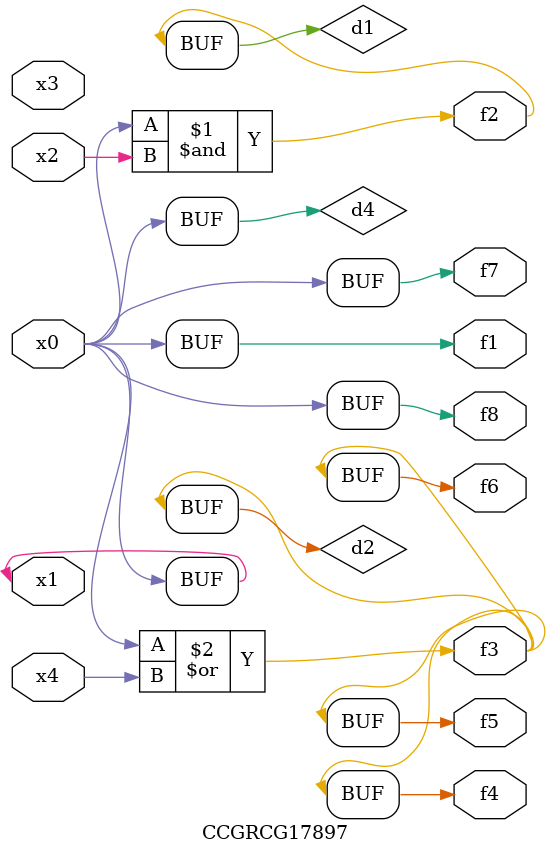
<source format=v>
module CCGRCG17897(
	input x0, x1, x2, x3, x4,
	output f1, f2, f3, f4, f5, f6, f7, f8
);

	wire d1, d2, d3, d4;

	and (d1, x0, x2);
	or (d2, x0, x4);
	nand (d3, x0, x2);
	buf (d4, x0, x1);
	assign f1 = d4;
	assign f2 = d1;
	assign f3 = d2;
	assign f4 = d2;
	assign f5 = d2;
	assign f6 = d2;
	assign f7 = d4;
	assign f8 = d4;
endmodule

</source>
